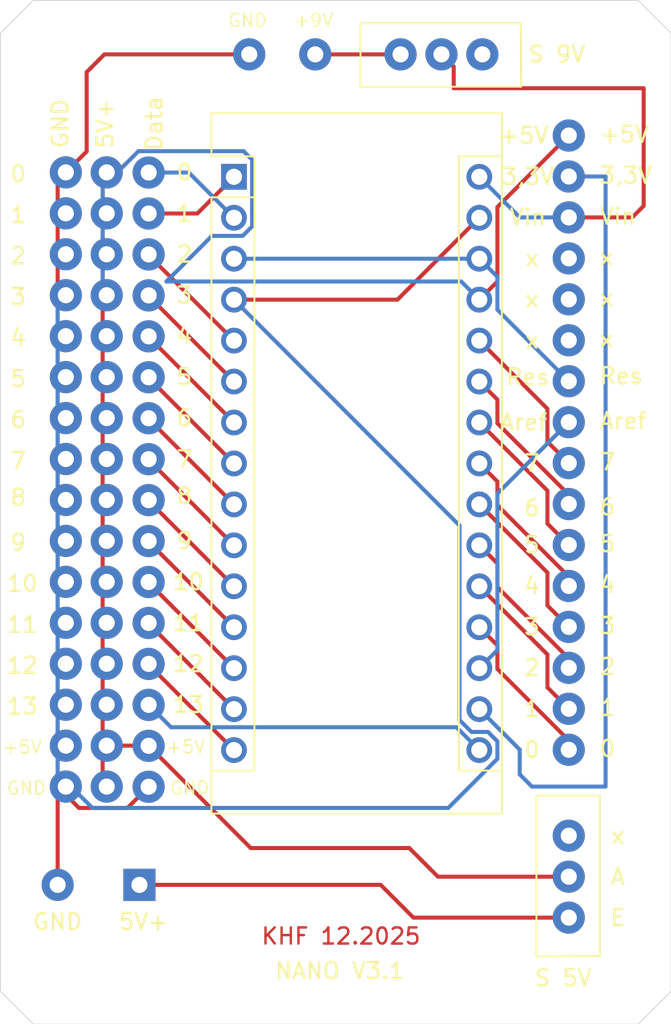
<source format=kicad_pcb>
(kicad_pcb (version 20241229) (generator "pcbnew") (generator_version "9.0")
  (layers (0 "F.Cu" signal) (2 "B.Cu" signal) (13 "F.Paste" user) (15 "B.Paste" user) (5 "F.SilkS" user "F.Silkscreen") (7 "B.SilkS" user "B.Silkscreen") (1 "F.Mask" user) (3 "B.Mask" user) (25 "Edge.Cuts" user))
  (net 0 "")
  (net 1 "Net-(A1-Pad1)")
  (net 2 "Net-(A1-Pad17)")
  (net 3 "Net-(A1-Pad2)")
  (net 4 "Net-(A1-Pad18)")
  (net 5 "Net-(A1-Pad28)")
  (net 6 "Net-(A1-Pad19)")
  (net 7 "Net-(A1-Pad29)")
  (net 8 "Net-(A1-Pad20)")
  (net 9 "Net-(A1-Pad5)")
  (net 10 "Net-(A1-Pad21)")
  (net 11 "Net-(A1-Pad6)")
  (net 12 "Net-(A1-Pad22)")
  (net 13 "Net-(A1-Pad7)")
  (net 14 "Net-(A1-Pad23)")
  (net 15 "Net-(A1-Pad8)")
  (net 16 "Net-(A1-Pad24)")
  (net 17 "Net-(A1-Pad9)")
  (net 18 "Net-(A1-Pad25)")
  (net 19 "Net-(A1-Pad10)")
  (net 20 "Net-(A1-Pad26)")
  (net 21 "Net-(A1-Pad11)")
  (net 22 "Net-(A1-Pad27)")
  (net 23 "Net-(A1-Pad12)")
  (net 24 "Net-(A1-Pad13)")
  (net 25 "Net-(A1-Pad14)")
  (net 26 "Net-(A1-Pad30)")
  (net 27 "Net-(A1-Pad15)")
  (net 28 "Net-(A1-Pad16)")
  (net 29 "Net-(J4-Pad11)")
  (net 30 "Net-(J4-Pad12)")
  (net 31 "Net-(J4-Pad13)")
  (net 32 "Net-(S1-Pad1)")
  (net 33 "Net-(S1-Pad3)")
  (footprint "Module:Arduino_Nano" (layer "F.Cu") (at 121.951001 312.695001)
    (property "Reference" "A1" (hide yes))
    (property "Value" "Arduino_Nano_v3.x")
    (fp_line (start -1.4 -3.94) (end -1.4 -1.27) (stroke (width 0.12)) (layer "F.SilkS"))
    (fp_line (start -1.4 1.27) (end -1.4 39.5) (stroke (width 0.12)) (layer "F.SilkS"))
    (fp_line (start -1.4 39.5) (end 16.64 39.5) (stroke (width 0.12)) (layer "F.SilkS"))
    (fp_line (start 1.27 -1.27) (end -1.4 -1.27) (stroke (width 0.12)) (layer "F.SilkS"))
    (fp_line (start 1.27 1.27) (end -1.4 1.27) (stroke (width 0.12)) (layer "F.SilkS"))
    (fp_line (start 1.27 1.27) (end 1.27 -1.27) (stroke (width 0.12)) (layer "F.SilkS"))
    (fp_line (start 1.27 1.27) (end 1.27 36.83) (stroke (width 0.12)) (layer "F.SilkS"))
    (fp_line (start 1.27 36.83) (end -1.4 36.83) (stroke (width 0.12)) (layer "F.SilkS"))
    (fp_line (start 13.97 -1.27) (end 13.97 36.83) (stroke (width 0.12)) (layer "F.SilkS"))
    (fp_line (start 13.97 -1.27) (end 16.64 -1.27) (stroke (width 0.12)) (layer "F.SilkS"))
    (fp_line (start 13.97 36.83) (end 16.64 36.83) (stroke (width 0.12)) (layer "F.SilkS"))
    (fp_line (start 16.64 -3.94) (end -1.4 -3.94) (stroke (width 0.12)) (layer "F.SilkS"))
    (fp_line (start 16.64 39.5) (end 16.64 -3.94) (stroke (width 0.12)) (layer "F.SilkS"))
    (pad "1" thru_hole rect (at 0 0) (size 1.6 1.6) (drill 1) (layers "*.Cu" "*.Mask") (net 1 "Net-(A1-Pad1)"))
    (pad "2" thru_hole oval (at 0 2.54) (size 1.6 1.6) (drill 1) (layers "*.Cu" "*.Mask") (net 3 "Net-(A1-Pad2)"))
    (pad "3" thru_hole oval (at 0 5.08) (size 1.6 1.6) (drill 1) (layers "*.Cu" "*.Mask") (net 5 "Net-(A1-Pad28)"))
    (pad "4" thru_hole oval (at 0 7.62) (size 1.6 1.6) (drill 1) (layers "*.Cu" "*.Mask") (net 7 "Net-(A1-Pad29)"))
    (pad "5" thru_hole oval (at 0 10.16) (size 1.6 1.6) (drill 1) (layers "*.Cu" "*.Mask") (net 9 "Net-(A1-Pad5)"))
    (pad "6" thru_hole oval (at 0 12.7) (size 1.6 1.6) (drill 1) (layers "*.Cu" "*.Mask") (net 11 "Net-(A1-Pad6)"))
    (pad "7" thru_hole oval (at 0 15.24) (size 1.6 1.6) (drill 1) (layers "*.Cu" "*.Mask") (net 13 "Net-(A1-Pad7)"))
    (pad "8" thru_hole oval (at 0 17.78) (size 1.6 1.6) (drill 1) (layers "*.Cu" "*.Mask") (net 15 "Net-(A1-Pad8)"))
    (pad "9" thru_hole oval (at 0 20.32) (size 1.6 1.6) (drill 1) (layers "*.Cu" "*.Mask") (net 17 "Net-(A1-Pad9)"))
    (pad "10" thru_hole oval (at 0 22.86) (size 1.6 1.6) (drill 1) (layers "*.Cu" "*.Mask") (net 19 "Net-(A1-Pad10)"))
    (pad "11" thru_hole oval (at 0 25.4) (size 1.6 1.6) (drill 1) (layers "*.Cu" "*.Mask") (net 21 "Net-(A1-Pad11)"))
    (pad "12" thru_hole oval (at 0 27.94) (size 1.6 1.6) (drill 1) (layers "*.Cu" "*.Mask") (net 23 "Net-(A1-Pad12)"))
    (pad "13" thru_hole oval (at 0 30.48) (size 1.6 1.6) (drill 1) (layers "*.Cu" "*.Mask") (net 24 "Net-(A1-Pad13)"))
    (pad "14" thru_hole oval (at 0 33.02) (size 1.6 1.6) (drill 1) (layers "*.Cu" "*.Mask") (net 25 "Net-(A1-Pad14)"))
    (pad "15" thru_hole oval (at 0 35.56) (size 1.6 1.6) (drill 1) (layers "*.Cu" "*.Mask") (net 27 "Net-(A1-Pad15)"))
    (pad "16" thru_hole oval (at 15.24 35.56) (size 1.6 1.6) (drill 1) (layers "*.Cu" "*.Mask") (net 28 "Net-(A1-Pad16)"))
    (pad "17" thru_hole oval (at 15.24 33.02) (size 1.6 1.6) (drill 1) (layers "*.Cu" "*.Mask") (net 2 "Net-(A1-Pad17)"))
    (pad "18" thru_hole oval (at 15.24 30.48) (size 1.6 1.6) (drill 1) (layers "*.Cu" "*.Mask") (net 4 "Net-(A1-Pad18)"))
    (pad "19" thru_hole oval (at 15.24 27.94) (size 1.6 1.6) (drill 1) (layers "*.Cu" "*.Mask") (net 6 "Net-(A1-Pad19)"))
    (pad "20" thru_hole oval (at 15.24 25.4) (size 1.6 1.6) (drill 1) (layers "*.Cu" "*.Mask") (net 8 "Net-(A1-Pad20)"))
    (pad "21" thru_hole oval (at 15.24 22.86) (size 1.6 1.6) (drill 1) (layers "*.Cu" "*.Mask") (net 10 "Net-(A1-Pad21)"))
    (pad "22" thru_hole oval (at 15.24 20.32) (size 1.6 1.6) (drill 1) (layers "*.Cu" "*.Mask") (net 12 "Net-(A1-Pad22)"))
    (pad "23" thru_hole oval (at 15.24 17.78) (size 1.6 1.6) (drill 1) (layers "*.Cu" "*.Mask") (net 14 "Net-(A1-Pad23)"))
    (pad "24" thru_hole oval (at 15.24 15.24) (size 1.6 1.6) (drill 1) (layers "*.Cu" "*.Mask") (net 16 "Net-(A1-Pad24)"))
    (pad "25" thru_hole oval (at 15.24 12.7) (size 1.6 1.6) (drill 1) (layers "*.Cu" "*.Mask") (net 18 "Net-(A1-Pad25)"))
    (pad "26" thru_hole oval (at 15.24 10.16) (size 1.6 1.6) (drill 1) (layers "*.Cu" "*.Mask") (net 20 "Net-(A1-Pad26)"))
    (pad "27" thru_hole oval (at 15.24 7.62) (size 1.6 1.6) (drill 1) (layers "*.Cu" "*.Mask") (net 22 "Net-(A1-Pad27)"))
    (pad "28" thru_hole oval (at 15.24 5.08) (size 1.6 1.6) (drill 1) (layers "*.Cu" "*.Mask") (net 5 "Net-(A1-Pad28)"))
    (pad "29" thru_hole oval (at 15.24 2.54) (size 1.6 1.6) (drill 1) (layers "*.Cu" "*.Mask") (net 7 "Net-(A1-Pad29)"))
    (pad "30" thru_hole oval (at 15.24 0) (size 1.6 1.6) (drill 1) (layers "*.Cu" "*.Mask") (net 26 "Net-(A1-Pad30)"))
  )
  (footprint "KHF_LIB:NANO_Stift_16PIN" (layer "F.Cu") (at 114.046 312.42 -90)
    (property "Reference" "J2" (hide yes))
    (property "Value" "NANO16PINStiftleiste" (hide yes))
    (pad "1" thru_hole circle (at 0 0 270) (size 2 2) (drill 1) (layers "*.Cu" "*.Mask") (net 22 "Net-(A1-Pad27)"))
    (pad "2" thru_hole circle (at 2.54 0 270) (size 2 2) (drill 1) (layers "*.Cu" "*.Mask") (net 22 "Net-(A1-Pad27)"))
    (pad "3" thru_hole circle (at 5.08 0 270) (size 2 2) (drill 1) (layers "*.Cu" "*.Mask") (net 22 "Net-(A1-Pad27)"))
    (pad "4" thru_hole circle (at 7.62 0 270) (size 2 2) (drill 1) (layers "*.Cu" "*.Mask") (net 22 "Net-(A1-Pad27)"))
    (pad "5" thru_hole circle (at 10.16 0 270) (size 2 2) (drill 1) (layers "*.Cu" "*.Mask") (net 22 "Net-(A1-Pad27)"))
    (pad "6" thru_hole circle (at 12.7 0 270) (size 2 2) (drill 1) (layers "*.Cu" "*.Mask") (net 22 "Net-(A1-Pad27)"))
    (pad "7" thru_hole circle (at 15.24 0 270) (size 2 2) (drill 1) (layers "*.Cu" "*.Mask") (net 22 "Net-(A1-Pad27)"))
    (pad "8" thru_hole circle (at 17.78 0 270) (size 2 2) (drill 1) (layers "*.Cu" "*.Mask") (net 22 "Net-(A1-Pad27)"))
    (pad "9" thru_hole circle (at 20.32 0 270) (size 2 2) (drill 1) (layers "*.Cu" "*.Mask") (net 22 "Net-(A1-Pad27)"))
    (pad "10" thru_hole circle (at 22.86 0 270) (size 2 2) (drill 1) (layers "*.Cu" "*.Mask") (net 22 "Net-(A1-Pad27)"))
    (pad "11" thru_hole circle (at 25.4 0 270) (size 2 2) (drill 1) (layers "*.Cu" "*.Mask") (net 22 "Net-(A1-Pad27)"))
    (pad "12" thru_hole circle (at 27.94 0 270) (size 2 2) (drill 1) (layers "*.Cu" "*.Mask") (net 22 "Net-(A1-Pad27)"))
    (pad "13" thru_hole circle (at 30.48 0 270) (size 2 2) (drill 1) (layers "*.Cu" "*.Mask") (net 22 "Net-(A1-Pad27)"))
    (pad "14" thru_hole circle (at 33.02 0 270) (size 2 2) (drill 1) (layers "*.Cu" "*.Mask") (net 22 "Net-(A1-Pad27)"))
    (pad "15" thru_hole circle (at 35.56 0 270) (size 2 2) (drill 1) (layers "*.Cu" "*.Mask") (net 22 "Net-(A1-Pad27)"))
    (pad "16" thru_hole circle (at 38.1 0 270) (size 2 2) (drill 1) (layers "*.Cu" "*.Mask") (net 22 "Net-(A1-Pad27)"))
  )
  (footprint "KHF_LIB:NANO_Stift_16PIN" (layer "F.Cu") (at 116.65 312.43 -90)
    (property "Reference" "J3" (hide yes))
    (property "Value" "NANO16PINStiftleiste" (hide yes))
    (pad "1" thru_hole circle (at 0 0 270) (size 2 2) (drill 1) (layers "*.Cu" "*.Mask") (net 3 "Net-(A1-Pad2)"))
    (pad "2" thru_hole circle (at 2.54 0 270) (size 2 2) (drill 1) (layers "*.Cu" "*.Mask") (net 1 "Net-(A1-Pad1)"))
    (pad "3" thru_hole circle (at 5.08 0 270) (size 2 2) (drill 1) (layers "*.Cu" "*.Mask") (net 9 "Net-(A1-Pad5)"))
    (pad "4" thru_hole circle (at 7.62 0 270) (size 2 2) (drill 1) (layers "*.Cu" "*.Mask") (net 11 "Net-(A1-Pad6)"))
    (pad "5" thru_hole circle (at 10.16 0 270) (size 2 2) (drill 1) (layers "*.Cu" "*.Mask") (net 13 "Net-(A1-Pad7)"))
    (pad "6" thru_hole circle (at 12.7 0 270) (size 2 2) (drill 1) (layers "*.Cu" "*.Mask") (net 15 "Net-(A1-Pad8)"))
    (pad "7" thru_hole circle (at 15.24 0 270) (size 2 2) (drill 1) (layers "*.Cu" "*.Mask") (net 17 "Net-(A1-Pad9)"))
    (pad "8" thru_hole circle (at 17.78 0 270) (size 2 2) (drill 1) (layers "*.Cu" "*.Mask") (net 19 "Net-(A1-Pad10)"))
    (pad "9" thru_hole circle (at 20.32 0 270) (size 2 2) (drill 1) (layers "*.Cu" "*.Mask") (net 21 "Net-(A1-Pad11)"))
    (pad "10" thru_hole circle (at 22.86 0 270) (size 2 2) (drill 1) (layers "*.Cu" "*.Mask") (net 23 "Net-(A1-Pad12)"))
    (pad "11" thru_hole circle (at 25.4 0 270) (size 2 2) (drill 1) (layers "*.Cu" "*.Mask") (net 24 "Net-(A1-Pad13)"))
    (pad "12" thru_hole circle (at 27.94 0 270) (size 2 2) (drill 1) (layers "*.Cu" "*.Mask") (net 25 "Net-(A1-Pad14)"))
    (pad "13" thru_hole circle (at 30.48 0 270) (size 2 2) (drill 1) (layers "*.Cu" "*.Mask") (net 27 "Net-(A1-Pad15)"))
    (pad "14" thru_hole circle (at 33.02 0 270) (size 2 2) (drill 1) (layers "*.Cu" "*.Mask") (net 28 "Net-(A1-Pad16)"))
    (pad "15" thru_hole circle (at 35.56 0 270) (size 2 2) (drill 1) (layers "*.Cu" "*.Mask") (net 22 "Net-(A1-Pad27)"))
    (pad "16" thru_hole circle (at 38.1 0 270) (size 2 2) (drill 1) (layers "*.Cu" "*.Mask") (net 7 "Net-(A1-Pad29)"))
  )
  (footprint "KHF_LIB:NANO_Stift_16PIN" (layer "F.Cu") (at 142.748 348.234 90)
    (property "Reference" "J4" (hide yes))
    (property "Value" "NANO16PINStiftleiste" (hide yes))
    (pad "1" thru_hole circle (at 0 0 90) (size 2 2) (drill 1) (layers "*.Cu" "*.Mask") (net 6 "Net-(A1-Pad19)"))
    (pad "2" thru_hole circle (at 2.54 0 90) (size 2 2) (drill 1) (layers "*.Cu" "*.Mask") (net 8 "Net-(A1-Pad20)"))
    (pad "3" thru_hole circle (at 5.08 0 90) (size 2 2) (drill 1) (layers "*.Cu" "*.Mask") (net 10 "Net-(A1-Pad21)"))
    (pad "4" thru_hole circle (at 7.62 0 90) (size 2 2) (drill 1) (layers "*.Cu" "*.Mask") (net 12 "Net-(A1-Pad22)"))
    (pad "5" thru_hole circle (at 10.16 0 90) (size 2 2) (drill 1) (layers "*.Cu" "*.Mask") (net 14 "Net-(A1-Pad23)"))
    (pad "6" thru_hole circle (at 12.7 0 90) (size 2 2) (drill 1) (layers "*.Cu" "*.Mask") (net 16 "Net-(A1-Pad24)"))
    (pad "7" thru_hole circle (at 15.24 0 90) (size 2 2) (drill 1) (layers "*.Cu" "*.Mask") (net 18 "Net-(A1-Pad25)"))
    (pad "8" thru_hole circle (at 17.78 0 90) (size 2 2) (drill 1) (layers "*.Cu" "*.Mask") (net 20 "Net-(A1-Pad26)"))
    (pad "9" thru_hole circle (at 20.32 0 90) (size 2 2) (drill 1) (layers "*.Cu" "*.Mask") (net 4 "Net-(A1-Pad18)"))
    (pad "10" thru_hole circle (at 22.86 0 90) (size 2 2) (drill 1) (layers "*.Cu" "*.Mask") (net 5 "Net-(A1-Pad28)"))
    (pad "11" thru_hole circle (at 25.4 0 90) (size 2 2) (drill 1) (layers "*.Cu" "*.Mask") (net 29 "Net-(J4-Pad11)"))
    (pad "12" thru_hole circle (at 27.94 0 90) (size 2 2) (drill 1) (layers "*.Cu" "*.Mask") (net 30 "Net-(J4-Pad12)"))
    (pad "13" thru_hole circle (at 30.48 0 90) (size 2 2) (drill 1) (layers "*.Cu" "*.Mask") (net 31 "Net-(J4-Pad13)"))
    (pad "14" thru_hole circle (at 33.02 0 90) (size 2 2) (drill 1) (layers "*.Cu" "*.Mask") (net 26 "Net-(A1-Pad30)"))
    (pad "15" thru_hole circle (at 35.56 0 90) (size 2 2) (drill 1) (layers "*.Cu" "*.Mask") (net 2 "Net-(A1-Pad17)"))
    (pad "16" thru_hole circle (at 38.1 0 90) (size 2 2) (drill 1) (layers "*.Cu" "*.Mask") (net 22 "Net-(A1-Pad27)"))
  )
  (footprint "KHF_LIB:Micro_SchalterKHF" (layer "F.Cu") (at 142.748 358.648 90)
    (property "Reference" "S 5V" (at -3.752 -0.348 180) (layer "F.SilkS"))
    (property "Value" "Micro_Schalter" (hide yes))
    (fp_line (start 7.5692 -2.0066) (end 7.5692 1.9304) (stroke (width 0.12)) (layer "F.SilkS"))
    (fp_line (start -2.3876 -2.0066) (end 7.5692 -2.0066) (stroke (width 0.12)) (layer "F.SilkS"))
    (fp_line (start 7.5692 1.9304) (end -2.3876 1.9304) (stroke (width 0.12)) (layer "F.SilkS"))
    (fp_line (start -2.3876 1.9304) (end -2.413 -2.0066) (stroke (width 0.12)) (layer "F.SilkS"))
    (pad "1" thru_hole circle (at 0 0 90) (size 2 2) (drill 1) (layers "*.Cu" "*.Mask") (net 32 "Net-(S1-Pad1)"))
    (pad "2" thru_hole circle (at 2.54 0 90) (size 2 2) (drill 1) (layers "*.Cu" "*.Mask") (net 22 "Net-(A1-Pad27)"))
    (pad "3" thru_hole circle (at 5.08 0 90) (size 2 2) (drill 1) (layers "*.Cu" "*.Mask") (net 33 "Net-(S1-Pad3)"))
  )
  (footprint "KHF_LIB:9VBAT_khf" (layer "F.Cu") (at 110.998 356.616)
    (property "Reference" "GND" (at 0 2.286 0) (layer "F.SilkS"))
    (property "Value" "9VBat")
    (pad "1" thru_hole circle (at 0 0) (size 2 2) (drill 1) (layers "*.Cu" "*.Mask") (net 7 "Net-(A1-Pad29)"))
    (pad "2" thru_hole rect (at 5.08 0) (size 2 2) (drill 1) (layers "*.Cu" "*.Mask") (net 32 "Net-(S1-Pad1)"))
  )
  (footprint "KHF_LIB:NANO_Stift_16PIN" (layer "F.Cu") (at 111.506 350.52 90)
    (property "Reference" "J1" (hide yes))
    (property "Value" "NANO16PINStiftleiste" (hide yes))
    (pad "1" thru_hole circle (at 0 0 90) (size 2 2) (drill 1) (layers "*.Cu" "*.Mask") (net 7 "Net-(A1-Pad29)"))
    (pad "2" thru_hole circle (at 2.54 0 90) (size 2 2) (drill 1) (layers "*.Cu" "*.Mask") (net 7 "Net-(A1-Pad29)"))
    (pad "3" thru_hole circle (at 5.08 0 90) (size 2 2) (drill 1) (layers "*.Cu" "*.Mask") (net 7 "Net-(A1-Pad29)"))
    (pad "4" thru_hole circle (at 7.62 0 90) (size 2 2) (drill 1) (layers "*.Cu" "*.Mask") (net 7 "Net-(A1-Pad29)"))
    (pad "5" thru_hole circle (at 10.16 0 90) (size 2 2) (drill 1) (layers "*.Cu" "*.Mask") (net 7 "Net-(A1-Pad29)"))
    (pad "6" thru_hole circle (at 12.7 0 90) (size 2 2) (drill 1) (layers "*.Cu" "*.Mask") (net 7 "Net-(A1-Pad29)"))
    (pad "7" thru_hole circle (at 15.24 0 90) (size 2 2) (drill 1) (layers "*.Cu" "*.Mask") (net 7 "Net-(A1-Pad29)"))
    (pad "8" thru_hole circle (at 17.78 0 90) (size 2 2) (drill 1) (layers "*.Cu" "*.Mask") (net 7 "Net-(A1-Pad29)"))
    (pad "9" thru_hole circle (at 20.32 0 90) (size 2 2) (drill 1) (layers "*.Cu" "*.Mask") (net 7 "Net-(A1-Pad29)"))
    (pad "10" thru_hole circle (at 22.86 0 90) (size 2 2) (drill 1) (layers "*.Cu" "*.Mask") (net 7 "Net-(A1-Pad29)"))
    (pad "11" thru_hole circle (at 25.4 0 90) (size 2 2) (drill 1) (layers "*.Cu" "*.Mask") (net 7 "Net-(A1-Pad29)"))
    (pad "12" thru_hole circle (at 27.94 0 90) (size 2 2) (drill 1) (layers "*.Cu" "*.Mask") (net 7 "Net-(A1-Pad29)"))
    (pad "13" thru_hole circle (at 30.48 0 90) (size 2 2) (drill 1) (layers "*.Cu" "*.Mask") (net 7 "Net-(A1-Pad29)"))
    (pad "14" thru_hole circle (at 33.02 0 90) (size 2 2) (drill 1) (layers "*.Cu" "*.Mask") (net 7 "Net-(A1-Pad29)"))
    (pad "15" thru_hole circle (at 35.56 0 90) (size 2 2) (drill 1) (layers "*.Cu" "*.Mask") (net 7 "Net-(A1-Pad29)"))
    (pad "16" thru_hole circle (at 38.1 0 90) (size 2 2) (drill 1) (layers "*.Cu" "*.Mask") (net 7 "Net-(A1-Pad29)"))
  )
  (footprint "KHF_LIB:Micro_SchalterKHF" (layer "F.Cu") (at 137.38 305.1 180)
    (property "Reference" "S 9V" (at -4.62 0 0) (layer "F.SilkS"))
    (property "Value" "Micro_Schalter" (hide yes))
    (fp_line (start 7.5692 1.9304) (end -2.3876 1.9304) (stroke (width 0.12)) (layer "F.SilkS"))
    (fp_line (start 7.5692 -2.0066) (end 7.5692 1.9304) (stroke (width 0.12)) (layer "F.SilkS"))
    (fp_line (start -2.3876 1.9304) (end -2.413 -2.0066) (stroke (width 0.12)) (layer "F.SilkS"))
    (fp_line (start -2.3876 -2.0066) (end 7.5692 -2.0066) (stroke (width 0.12)) (layer "F.SilkS"))
    (pad "1" thru_hole circle (at 0 0 180) (size 2 2) (drill 1) (layers "*.Cu" "*.Mask"))
    (pad "2" thru_hole circle (at 2.54 0 180) (size 2 2) (drill 1) (layers "*.Cu" "*.Mask") (net 26 "Net-(A1-Pad30)"))
    (pad "3" thru_hole circle (at 5.08 0 180) (size 2 2) (drill 1) (layers "*.Cu" "*.Mask") (net 26 "Net-(A1-Pad30)"))
  )
  (footprint "" (layer "F.Cu") (at 127 305.1)
    (property "Reference" "" (at 0 0 0) (layer "F.SilkS") (effects (font (size 1.27 1.27))))
    (property "Value" "")
    (pad "16" thru_hole circle (at 0 0 90) (size 2 2) (drill 1) (layers "*.Cu" "*.Mask") (net 26 "Net-(A1-Pad30)"))
  )
  (footprint "" (layer "F.Cu") (at 122.9 305.1)
    (property "Reference" "" (at 0 0 0) (layer "F.SilkS") (effects (font (size 1.27 1.27))))
    (property "Value" "")
    (pad "16" thru_hole circle (at 0 0 90) (size 2 2) (drill 1) (layers "*.Cu" "*.Mask") (net 7 "Net-(A1-Pad29)"))
  )
  (gr_line (start 107.442 363.22) (end 107.442 303.784) (stroke (width 0.05)) (layer "Edge.Cuts"))
  (gr_line (start 107.442 303.784) (end 109.474 301.752) (stroke (width 0.05)) (layer "Edge.Cuts"))
  (gr_line (start 147.066 365.252) (end 149.098 363.22) (stroke (width 0.05)) (layer "Edge.Cuts"))
  (gr_line (start 147.066 365.252) (end 109.474 365.252) (stroke (width 0.05)) (layer "Edge.Cuts"))
  (gr_line (start 149.098 303.784) (end 149.098 363.22) (stroke (width 0.05)) (layer "Edge.Cuts"))
  (gr_line (start 149.098 303.784) (end 147.066 301.752) (stroke (width 0.05)) (layer "Edge.Cuts"))
  (gr_line (start 107.442 363.22) (end 109.474 365.252) (stroke (width 0.05)) (layer "Edge.Cuts"))
  (gr_line (start 109.474 301.752) (end 147.066 301.752) (stroke (width 0.05)) (layer "Edge.Cuts"))
  (gr_text "KHF 12.2025" (at 128.6 359.8 0) (layer "F.Cu") (effects (font (size 1 1))))
  (gr_text "Aref" (at 139.954 327.914 0) (layer "F.SilkS") (effects (font (size 1 1))))
  (gr_text "12" (at 119.126 342.9 0) (layer "F.SilkS") (effects (font (size 1 1))))
  (gr_text "+5V" (at 146.204762 310.06 0) (layer "F.SilkS") (effects (font (size 1 1))))
  (gr_text "4" (at 145.157143 338 0) (layer "F.SilkS") (effects (font (size 1 1))))
  (gr_text "x" (at 145.085715 320.22 0) (layer "F.SilkS") (effects (font (size 1 1))))
  (gr_text "x" (at 140.462 320.294 0) (layer "F.SilkS") (effects (font (size 1 1))))
  (gr_text "4" (at 118.872 322.58 0) (layer "F.SilkS") (effects (font (size 1 1))))
  (gr_text "6" (at 118.872 327.66 0) (layer "F.SilkS") (effects (font (size 1 1))))
  (gr_text "Res" (at 146.014286 325.046 0) (layer "F.SilkS") (effects (font (size 1 1))))
  (gr_text "5V+" (at 113.952 309.4 90) (layer "F.SilkS") (effects (font (size 1 1))))
  (gr_text "GND" (at 119.2 350.6 0) (layer "F.SilkS") (effects (font (size 0.8 0.8) (thickness 0.1))))
  (gr_text "Aref" (at 146.133334 327.84 0) (layer "F.SilkS") (effects (font (size 1 1))))
  (gr_text "2" (at 118.872 317.5 0) (layer "F.SilkS") (effects (font (size 1 1))))
  (gr_text "5" (at 118.872 325.12 0) (layer "F.SilkS") (effects (font (size 1 1))))
  (gr_text "GND" (at 111.158 309.4 90) (layer "F.SilkS") (effects (font (size 1 1))))
  (gr_text "7" (at 108.546 330.3 0) (layer "F.SilkS") (effects (font (size 1 1))))
  (gr_text "+5V" (at 118.946 348.06 0) (layer "F.SilkS") (effects (font (size 0.8 0.8) (thickness 0.1))))
  (gr_text "Data" (at 117 309.4 90) (layer "F.SilkS") (effects (font (size 1 1))))
  (gr_text "5V+" (at 116.332 358.902 0) (layer "F.SilkS") (effects (font (size 1 1))))
  (gr_text "x" (at 140.462 317.754 0) (layer "F.SilkS") (effects (font (size 1 1))))
  (gr_text "3,3V" (at 146.3 312.6 0) (layer "F.SilkS") (effects (font (size 1 1))))
  (gr_text "Vin" (at 145.8 315.14 0) (layer "F.SilkS") (effects (font (size 1 1))))
  (gr_text "2" (at 140.462 343.154 0) (layer "F.SilkS") (effects (font (size 1 1))))
  (gr_text "7" (at 140.462 330.454 0) (layer "F.SilkS") (effects (font (size 1 1))))
  (gr_text "13" (at 119.126 345.44 0) (layer "F.SilkS") (effects (font (size 1 1))))
  (gr_text "E" (at 145.796 358.648 0) (layer "F.SilkS") (effects (font (size 1 1))))
  (gr_text "3" (at 108.546 320.14 0) (layer "F.SilkS") (effects (font (size 1 1))))
  (gr_text "NANO V3.1" (at 128.524 361.95 0) (layer "F.SilkS") (effects (font (size 1 1))))
  (gr_text "6" (at 140.462 333.248 0) (layer "F.SilkS") (effects (font (size 1 1))))
  (gr_text "8" (at 118.872 332.486 0) (layer "F.SilkS") (effects (font (size 1 1))))
  (gr_text "2" (at 108.546 317.6 0) (layer "F.SilkS") (effects (font (size 1 1))))
  (gr_text "x" (at 145.085715 317.68 0) (layer "F.SilkS") (effects (font (size 1 1))))
  (gr_text "5" (at 140.462 335.534 0) (layer "F.SilkS") (effects (font (size 1 1))))
  (gr_text "x" (at 145.796 353.568 0) (layer "F.SilkS") (effects (font (size 1 1))))
  (gr_text "11" (at 108.8 340.46 0) (layer "F.SilkS") (effects (font (size 1 1))))
  (gr_text "4" (at 108.546 322.68 0) (layer "F.SilkS") (effects (font (size 1 1))))
  (gr_text "3" (at 145.157143 340.54 0) (layer "F.SilkS") (effects (font (size 1 1))))
  (gr_text "6" (at 108.546 327.76 0) (layer "F.SilkS") (effects (font (size 1 1))))
  (gr_text "6" (at 145.157143 333.174 0) (layer "F.SilkS") (effects (font (size 1 1))))
  (gr_text "x" (at 145.085715 322.76 0) (layer "F.SilkS") (effects (font (size 1 1))))
  (gr_text "+5V" (at 139.954 310.134 0) (layer "F.SilkS") (effects (font (size 1 1))))
  (gr_text "1" (at 118.872 314.96 0) (layer "F.SilkS") (effects (font (size 1 1))))
  (gr_text "+5V" (at 108.8 348.08 0) (layer "F.SilkS") (effects (font (size 0.8 0.8) (thickness 0.1))))
  (gr_text "2" (at 145.157143 343.08 0) (layer "F.SilkS") (effects (font (size 1 1))))
  (gr_text "7" (at 145.157143 330.38 0) (layer "F.SilkS") (effects (font (size 1 1))))
  (gr_text "8" (at 108.546 332.586 0) (layer "F.SilkS") (effects (font (size 1 1))))
  (gr_text "0" (at 145.157143 348.16 0) (layer "F.SilkS") (effects (font (size 1 1))))
  (gr_text "13" (at 108.8 345.54 0) (layer "F.SilkS") (effects (font (size 1 1))))
  (gr_text "9" (at 108.546 335.38 0) (layer "F.SilkS") (effects (font (size 1 1))))
  (gr_text "5" (at 145.157143 335.46 0) (layer "F.SilkS") (effects (font (size 1 1))))
  (gr_text "10" (at 108.8 337.92 0) (layer "F.SilkS") (effects (font (size 1 1))))
  (gr_text "3,3V" (at 140.208 312.674 0) (layer "F.SilkS") (effects (font (size 1 1))))
  (gr_text "Res" (at 140.208 325.12 0) (layer "F.SilkS") (effects (font (size 1 1))))
  (gr_text "12" (at 108.8 343 0) (layer "F.SilkS") (effects (font (size 1 1))))
  (gr_text "1" (at 108.546 315.06 0) (layer "F.SilkS") (effects (font (size 1 1))))
  (gr_text "7" (at 118.872 330.2 0) (layer "F.SilkS") (effects (font (size 1 1))))
  (gr_text "5" (at 108.546 325.22 0) (layer "F.SilkS") (effects (font (size 1 1))))
  (gr_text "9" (at 118.872 335.28 0) (layer "F.SilkS") (effects (font (size 1 1))))
  (gr_text "0" (at 108.546 312.52 0) (layer "F.SilkS") (effects (font (size 1 1))))
  (gr_text "GND" (at 122.8 303 0) (layer "F.SilkS") (effects (font (size 0.8 0.8) (thickness 0.1))))
  (gr_text "Vin" (at 140.208 315.214 0) (layer "F.SilkS") (effects (font (size 1 1))))
  (gr_text "A" (at 145.796 356.108 0) (layer "F.SilkS") (effects (font (size 1 1))))
  (gr_text "+9V" (at 126.9 303 0) (layer "F.SilkS") (effects (font (size 0.8 0.8) (thickness 0.1))))
  (gr_text "10" (at 119.126 337.82 0) (layer "F.SilkS") (effects (font (size 1 1))))
  (gr_text "1" (at 145.157143 345.62 0) (layer "F.SilkS") (effects (font (size 1 1))))
  (gr_text "0" (at 118.872 312.42 0) (layer "F.SilkS") (effects (font (size 1 1))))
  (gr_text "GND" (at 109.054 350.62 0) (layer "F.SilkS") (effects (font (size 0.8 0.8) (thickness 0.1))))
  (gr_text "1" (at 140.462 345.694 0) (layer "F.SilkS") (effects (font (size 1 1))))
  (gr_text "3" (at 140.462 340.614 0) (layer "F.SilkS") (effects (font (size 1 1))))
  (gr_text "11" (at 119.126 340.36 0) (layer "F.SilkS") (effects (font (size 1 1))))
  (gr_text "0" (at 140.462 348.234 0) (layer "F.SilkS") (effects (font (size 1 1))))
  (gr_text "4" (at 140.462 338.074 0) (layer "F.SilkS") (effects (font (size 1 1))))
  (gr_text "3" (at 118.872 320.04 0) (layer "F.SilkS") (effects (font (size 1 1))))
  (gr_text "x" (at 140.462 322.834 0) (layer "F.SilkS") (effects (font (size 1 1))))
  (segment (start 119.676002 314.97) (end 121.951001 312.695001) (width 0.25) (layer "F.Cu") (net 1))
  (segment (start 116.65 314.97) (end 119.676002 314.97) (width 0.25) (layer "F.Cu") (net 1))
  (segment (start 142.748 312.674) (end 145.034 312.674) (width 0.25) (layer "B.Cu") (net 2))
  (segment (start 145.034 350.52) (end 140.462 350.52) (width 0.25) (layer "B.Cu") (net 2))
  (segment (start 139.7 349.758) (end 139.7 348.224) (width 0.25) (layer "B.Cu") (net 2))
  (segment (start 140.462 350.52) (end 139.7 349.758) (width 0.25) (layer "B.Cu") (net 2))
  (segment (start 145.034 312.674) (end 145.034 350.52) (width 0.25) (layer "B.Cu") (net 2))
  (segment (start 139.7 348.224) (end 137.191001 345.715001) (width 0.25) (layer "B.Cu") (net 2))
  (segment (start 119.146 312.43) (end 121.951001 315.235001) (width 0.25) (layer "B.Cu") (net 3))
  (segment (start 116.65 312.43) (end 119.146 312.43) (width 0.25) (layer "B.Cu") (net 3))
  (segment (start 138.316002 332.345998) (end 142.748 327.914) (width 0.25) (layer "B.Cu") (net 4))
  (segment (start 138.316002 342.05) (end 138.316002 332.345998) (width 0.25) (layer "B.Cu") (net 4))
  (segment (start 137.191001 343.175001) (end 138.316002 342.05) (width 0.25) (layer "B.Cu") (net 4))
  (segment (start 138.316002 320.942002) (end 138.316002 318.900002) (width 0.25) (layer "B.Cu") (net 5))
  (segment (start 138.316002 318.900002) (end 137.191001 317.775001) (width 0.25) (layer "B.Cu") (net 5))
  (segment (start 142.748 325.374) (end 138.316002 320.942002) (width 0.25) (layer "B.Cu") (net 5))
  (segment (start 121.951001 317.775001) (end 137.191001 317.775001) (width 0.25) (layer "B.Cu") (net 5))
  (segment (start 142.748 347.655002) (end 138.316002 343.223004) (width 0.25) (layer "F.Cu") (net 6))
  (segment (start 138.316002 341.760002) (end 137.191001 340.635001) (width 0.25) (layer "F.Cu") (net 6))
  (segment (start 138.316002 343.223004) (end 138.316002 341.760002) (width 0.25) (layer "F.Cu") (net 6))
  (segment (start 142.748 348.234) (end 142.748 347.655002) (width 0.25) (layer "F.Cu") (net 6))
  (segment (start 110.998 356.616) (end 110.998 350.52) (width 0.25) (layer "F.Cu") (net 7))
  (segment (start 110.998 337.82) (end 110.998 335.28) (width 0.25) (layer "F.Cu") (net 7))
  (segment (start 110.998 322.58) (end 110.998 325.12) (width 0.25) (layer "F.Cu") (net 7))
  (segment (start 110.998 317.5) (end 110.998 314.96) (width 0.25) (layer "F.Cu") (net 7))
  (segment (start 112.8 311.126) (end 112.8 306.2) (width 0.25) (layer "F.Cu") (net 7))
  (segment (start 110.998 347.98) (end 110.998 350.52) (width 0.25) (layer "F.Cu") (net 7))
  (segment (start 110.998 347.98) (end 110.998 345.44) (width 0.25) (layer "F.Cu") (net 7))
  (segment (start 111.506 312.42) (end 112.8 311.126) (width 0.25) (layer "F.Cu") (net 7))
  (segment (start 115.334999 351.845001) (end 116.65 350.53) (width 0.25) (layer "F.Cu") (net 7))
  (segment (start 110.998 312.42) (end 110.998 314.96) (width 0.25) (layer "F.Cu") (net 7))
  (segment (start 132.111001 320.315001) (end 137.191001 315.235001) (width 0.25) (layer "F.Cu") (net 7))
  (segment (start 110.998 320.04) (end 110.998 322.58) (width 0.25) (layer "F.Cu") (net 7))
  (segment (start 110.998 342.9) (end 110.998 340.36) (width 0.25) (layer "F.Cu") (net 7))
  (segment (start 110.998 317.5) (end 110.998 320.04) (width 0.25) (layer "F.Cu") (net 7))
  (segment (start 113.9 305.1) (end 122.9 305.1) (width 0.25) (layer "F.Cu") (net 7))
  (segment (start 110.998 332.74) (end 110.998 330.2) (width 0.25) (layer "F.Cu") (net 7))
  (segment (start 110.998 327.66) (end 110.998 325.12) (width 0.25) (layer "F.Cu") (net 7))
  (segment (start 110.998 330.2) (end 110.998 327.66) (width 0.25) (layer "F.Cu") (net 7))
  (segment (start 112.323001 351.845001) (end 115.334999 351.845001) (width 0.25) (layer "F.Cu") (net 7))
  (segment (start 110.998 345.44) (end 110.998 342.9) (width 0.25) (layer "F.Cu") (net 7))
  (segment (start 110.998 340.36) (end 110.998 337.82) (width 0.25) (layer "F.Cu") (net 7))
  (segment (start 112.8 306.2) (end 113.9 305.1) (width 0.25) (layer "F.Cu") (net 7))
  (segment (start 121.951001 320.315001) (end 132.111001 320.315001) (width 0.25) (layer "F.Cu") (net 7))
  (segment (start 110.998 335.28) (end 110.998 332.74) (width 0.25) (layer "F.Cu") (net 7))
  (segment (start 110.998 350.52) (end 112.323001 351.845001) (width 0.25) (layer "F.Cu") (net 7))
  (segment (start 110.998 349.687002) (end 110.998 320.04) (width 0.25) (layer "B.Cu") (net 7))
  (segment (start 135.962403 334.326403) (end 135.962403 346.389993) (width 0.25) (layer "B.Cu") (net 7))
  (segment (start 135.266003 351.845001) (end 113.155999 351.845001) (width 0.25) (layer "B.Cu") (net 7))
  (segment (start 137.731002 347.13) (end 138.316002 347.715) (width 0.25) (layer "B.Cu") (net 7))
  (segment (start 135.962403 346.389993) (end 136.70241 347.13) (width 0.25) (layer "B.Cu") (net 7))
  (segment (start 136.70241 347.13) (end 137.731002 347.13) (width 0.25) (layer "B.Cu") (net 7))
  (segment (start 138.316002 347.715) (end 138.316002 348.795002) (width 0.25) (layer "B.Cu") (net 7))
  (segment (start 113.155999 351.845001) (end 110.998 349.687002) (width 0.25) (layer "B.Cu") (net 7))
  (segment (start 121.951001 320.315001) (end 135.962403 334.326403) (width 0.25) (layer "B.Cu") (net 7))
  (segment (start 138.316002 348.795002) (end 135.266003 351.845001) (width 0.25) (layer "B.Cu") (net 7))
  (segment (start 141.422999 342.326999) (end 137.191001 338.095001) (width 0.25) (layer "F.Cu") (net 8))
  (segment (start 142.748 345.694) (end 141.422999 344.368999) (width 0.25) (layer "F.Cu") (net 8))
  (segment (start 141.422999 344.368999) (end 141.422999 342.326999) (width 0.25) (layer "F.Cu") (net 8))
  (segment (start 116.65 317.554) (end 116.65 317.51) (width 0.25) (layer "F.Cu") (net 9))
  (segment (start 121.951001 322.855001) (end 116.65 317.554) (width 0.25) (layer "F.Cu") (net 9))
  (segment (start 142.748 343.154) (end 142.748 342.575002) (width 0.25) (layer "F.Cu") (net 10))
  (segment (start 142.748 342.575002) (end 138.316002 338.143004) (width 0.25) (layer "F.Cu") (net 10))
  (segment (start 138.316002 336.680002) (end 137.191001 335.555001) (width 0.25) (layer "F.Cu") (net 10))
  (segment (start 138.316002 338.143004) (end 138.316002 336.680002) (width 0.25) (layer "F.Cu") (net 10))
  (segment (start 121.951001 325.395001) (end 116.65 320.094) (width 0.25) (layer "F.Cu") (net 11))
  (segment (start 116.65 320.094) (end 116.65 320.05) (width 0.25) (layer "F.Cu") (net 11))
  (segment (start 141.422999 337.246999) (end 137.191001 333.015001) (width 0.25) (layer "F.Cu") (net 12))
  (segment (start 142.748 340.614) (end 141.422999 339.288999) (width 0.25) (layer "F.Cu") (net 12))
  (segment (start 141.422999 339.288999) (end 141.422999 337.246999) (width 0.25) (layer "F.Cu") (net 12))
  (segment (start 121.951001 327.935001) (end 116.65 322.634) (width 0.25) (layer "F.Cu") (net 13))
  (segment (start 116.65 322.634) (end 116.65 322.59) (width 0.25) (layer "F.Cu") (net 13))
  (segment (start 142.748 337.495002) (end 138.316002 333.063004) (width 0.25) (layer "F.Cu") (net 14))
  (segment (start 138.316002 331.600002) (end 137.191001 330.475001) (width 0.25) (layer "F.Cu") (net 14))
  (segment (start 138.316002 333.063004) (end 138.316002 331.600002) (width 0.25) (layer "F.Cu") (net 14))
  (segment (start 142.748 338.074) (end 142.748 337.495002) (width 0.25) (layer "F.Cu") (net 14))
  (segment (start 116.65 325.174) (end 116.65 325.13) (width 0.25) (layer "F.Cu") (net 15))
  (segment (start 121.951001 330.475001) (end 116.65 325.174) (width 0.25) (layer "F.Cu") (net 15))
  (segment (start 141.422999 332.166999) (end 137.191001 327.935001) (width 0.25) (layer "F.Cu") (net 16))
  (segment (start 142.748 335.534) (end 141.422999 334.208999) (width 0.25) (layer "F.Cu") (net 16))
  (segment (start 141.422999 334.208999) (end 141.422999 332.166999) (width 0.25) (layer "F.Cu") (net 16))
  (segment (start 116.65 327.714) (end 116.65 327.67) (width 0.25) (layer "F.Cu") (net 17))
  (segment (start 121.951001 333.015001) (end 116.65 327.714) (width 0.25) (layer "F.Cu") (net 17))
  (segment (start 142.748 332.994) (end 142.748 332.415002) (width 0.25) (layer "F.Cu") (net 18))
  (segment (start 138.316002 327.983004) (end 138.316002 326.520002) (width 0.25) (layer "F.Cu") (net 18))
  (segment (start 138.316002 326.520002) (end 137.191001 325.395001) (width 0.25) (layer "F.Cu") (net 18))
  (segment (start 142.748 332.415002) (end 138.316002 327.983004) (width 0.25) (layer "F.Cu") (net 18))
  (segment (start 116.65 330.254) (end 116.65 330.21) (width 0.25) (layer "F.Cu") (net 19))
  (segment (start 121.951001 335.555001) (end 116.65 330.254) (width 0.25) (layer "F.Cu") (net 19))
  (segment (start 141.422999 327.086999) (end 137.191001 322.855001) (width 0.25) (layer "F.Cu") (net 20))
  (segment (start 141.422999 329.128999) (end 141.422999 327.086999) (width 0.25) (layer "F.Cu") (net 20))
  (segment (start 142.748 330.454) (end 141.422999 329.128999) (width 0.25) (layer "F.Cu") (net 20))
  (segment (start 116.65 332.794) (end 116.65 332.75) (width 0.25) (layer "F.Cu") (net 21))
  (segment (start 121.951001 338.095001) (end 116.65 332.794) (width 0.25) (layer "F.Cu") (net 21))
  (segment (start 113.792 350.52) (end 113.792 347.98) (width 0.25) (layer "F.Cu") (net 22))
  (segment (start 113.792 327.66) (end 113.792 325.12) (width 0.25) (layer "F.Cu") (net 22))
  (segment (start 132.842 354.33) (end 122.99 354.33) (width 0.25) (layer "F.Cu") (net 22))
  (segment (start 113.792 314.96) (end 113.792 312.42) (width 0.25) (layer "F.Cu") (net 22))
  (segment (start 113.792 332.74) (end 113.792 330.2) (width 0.25) (layer "F.Cu") (net 22))
  (segment (start 134.62 356.108) (end 132.842 354.33) (width 0.25) (layer "F.Cu") (net 22))
  (segment (start 113.792 325.12) (end 113.792 322.58) (width 0.25) (layer "F.Cu") (net 22))
  (segment (start 113.792 347.98) (end 116.64 347.98) (width 0.25) (layer "F.Cu") (net 22))
  (segment (start 113.792 317.5) (end 113.792 314.96) (width 0.25) (layer "F.Cu") (net 22))
  (segment (start 138.316002 314.565998) (end 138.316002 319.19) (width 0.25) (layer "F.Cu") (net 22))
  (segment (start 142.748 356.108) (end 134.62 356.108) (width 0.25) (layer "F.Cu") (net 22))
  (segment (start 122.99 354.33) (end 116.65 347.99) (width 0.25) (layer "F.Cu") (net 22))
  (segment (start 113.792 342.9) (end 113.792 340.36) (width 0.25) (layer "F.Cu") (net 22))
  (segment (start 113.792 340.36) (end 113.792 337.82) (width 0.25) (layer "F.Cu") (net 22))
  (segment (start 138.316002 319.19) (end 137.191001 320.315001) (width 0.25) (layer "F.Cu") (net 22))
  (segment (start 113.792 347.98) (end 113.792 345.44) (width 0.25) (layer "F.Cu") (net 22))
  (segment (start 113.792 337.82) (end 113.792 335.28) (width 0.25) (layer "F.Cu") (net 22))
  (segment (start 116.64 347.98) (end 116.65 347.99) (width 0.25) (layer "F.Cu") (net 22))
  (segment (start 113.792 322.58) (end 113.792 320.04) (width 0.25) (layer "F.Cu") (net 22))
  (segment (start 142.748 310.134) (end 138.316002 314.565998) (width 0.25) (layer "F.Cu") (net 22))
  (segment (start 113.792 345.44) (end 113.792 342.9) (width 0.25) (layer "F.Cu") (net 22))
  (segment (start 113.792 335.28) (end 113.792 332.74) (width 0.25) (layer "F.Cu") (net 22))
  (segment (start 113.792 330.2) (end 113.792 327.66) (width 0.25) (layer "F.Cu") (net 22))
  (segment (start 113.792 320.04) (end 113.792 317.5) (width 0.25) (layer "F.Cu") (net 22))
  (segment (start 113.792 313.326998) (end 113.792 320.04) (width 0.25) (layer "B.Cu") (net 22))
  (segment (start 117.751002 319.19) (end 120.581 316.360002) (width 0.25) (layer "B.Cu") (net 22))
  (segment (start 136.066 319.19) (end 117.751002 319.19) (width 0.25) (layer "B.Cu") (net 22))
  (segment (start 123.076002 311.635) (end 122.546001 311.104999) (width 0.25) (layer "B.Cu") (net 22))
  (segment (start 137.191001 320.315001) (end 136.066 319.19) (width 0.25) (layer "B.Cu") (net 22))
  (segment (start 122.491002 316.360002) (end 123.076002 315.775002) (width 0.25) (layer "B.Cu") (net 22))
  (segment (start 122.546001 311.104999) (end 116.013999 311.104999) (width 0.25) (layer "B.Cu") (net 22))
  (segment (start 116.013999 311.104999) (end 113.792 313.326998) (width 0.25) (layer "B.Cu") (net 22))
  (segment (start 120.581 316.360002) (end 122.491002 316.360002) (width 0.25) (layer "B.Cu") (net 22))
  (segment (start 123.076002 315.775002) (end 123.076002 311.635) (width 0.25) (layer "B.Cu") (net 22))
  (segment (start 116.65 335.334) (end 116.65 335.29) (width 0.25) (layer "F.Cu") (net 23))
  (segment (start 121.951001 340.635001) (end 116.65 335.334) (width 0.25) (layer "F.Cu") (net 23))
  (segment (start 121.951001 343.175001) (end 116.65 337.874) (width 0.25) (layer "F.Cu") (net 24))
  (segment (start 116.65 337.874) (end 116.65 337.83) (width 0.25) (layer "F.Cu") (net 24))
  (segment (start 116.65 340.414) (end 116.65 340.37) (width 0.25) (layer "F.Cu") (net 25))
  (segment (start 121.951001 345.715001) (end 116.65 340.414) (width 0.25) (layer "F.Cu") (net 25))
  (segment (start 135.6 305.86) (end 134.84 305.1) (width 0.25) (layer "F.Cu") (net 26))
  (segment (start 135.6 307.2) (end 135.6 305.86) (width 0.25) (layer "F.Cu") (net 26))
  (segment (start 147.4 314.5) (end 146.686 315.214) (width 0.25) (layer "F.Cu") (net 26))
  (segment (start 127 305.1) (end 132.3 305.1) (width 0.25) (layer "F.Cu") (net 26))
  (segment (start 147.4 307.2) (end 135.6 307.2) (width 0.25) (layer "F.Cu") (net 26))
  (segment (start 146.686 315.214) (end 142.748 315.214) (width 0.25) (layer "F.Cu") (net 26))
  (segment (start 147.4 307.2) (end 147.4 314.5) (width 0.25) (layer "F.Cu") (net 26))
  (segment (start 142.748 315.214) (end 139.71 315.214) (width 0.25) (layer "B.Cu") (net 26))
  (segment (start 139.71 315.214) (end 137.191001 312.695001) (width 0.25) (layer "B.Cu") (net 26))
  (segment (start 121.951001 348.255001) (end 116.65 342.954) (width 0.25) (layer "F.Cu") (net 27))
  (segment (start 116.65 342.954) (end 116.65 342.91) (width 0.25) (layer "F.Cu") (net 27))
  (segment (start 118.040002 346.840002) (end 116.65 345.45) (width 0.25) (layer "B.Cu") (net 28))
  (segment (start 137.191001 348.255001) (end 135.776002 346.840002) (width 0.25) (layer "B.Cu") (net 28))
  (segment (start 135.776002 346.840002) (end 118.040002 346.840002) (width 0.25) (layer "B.Cu") (net 28))
  (segment (start 116.078 356.616) (end 131.064 356.616) (width 0.25) (layer "F.Cu") (net 32))
  (segment (start 131.064 356.616) (end 133.096 358.648) (width 0.25) (layer "F.Cu") (net 32))
  (segment (start 133.096 358.648) (end 142.748 358.648) (width 0.25) (layer "F.Cu") (net 32))
)
</source>
